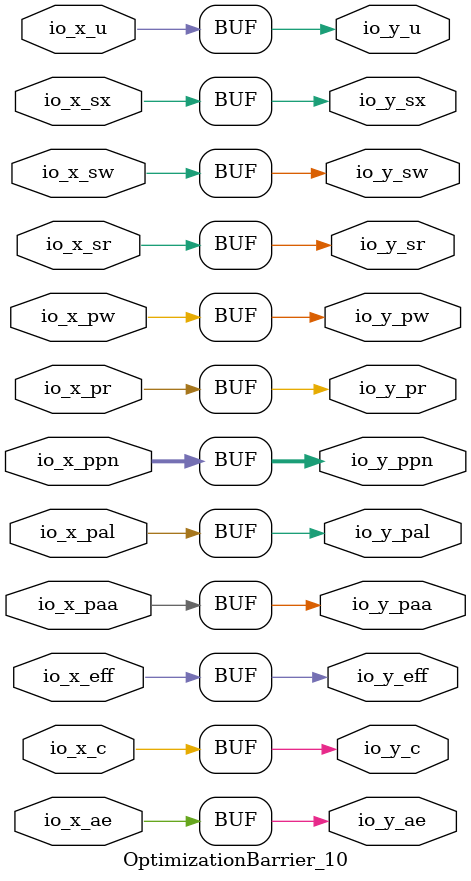
<source format=sv>
`ifndef RANDOMIZE
  `ifdef RANDOMIZE_REG_INIT
    `define RANDOMIZE
  `endif // RANDOMIZE_REG_INIT
`endif // not def RANDOMIZE
`ifndef RANDOMIZE
  `ifdef RANDOMIZE_MEM_INIT
    `define RANDOMIZE
  `endif // RANDOMIZE_MEM_INIT
`endif // not def RANDOMIZE

`ifndef RANDOM
  `define RANDOM $random
`endif // not def RANDOM

// Users can define 'PRINTF_COND' to add an extra gate to prints.
`ifndef PRINTF_COND_
  `ifdef PRINTF_COND
    `define PRINTF_COND_ (`PRINTF_COND)
  `else  // PRINTF_COND
    `define PRINTF_COND_ 1
  `endif // PRINTF_COND
`endif // not def PRINTF_COND_

// Users can define 'ASSERT_VERBOSE_COND' to add an extra gate to assert error printing.
`ifndef ASSERT_VERBOSE_COND_
  `ifdef ASSERT_VERBOSE_COND
    `define ASSERT_VERBOSE_COND_ (`ASSERT_VERBOSE_COND)
  `else  // ASSERT_VERBOSE_COND
    `define ASSERT_VERBOSE_COND_ 1
  `endif // ASSERT_VERBOSE_COND
`endif // not def ASSERT_VERBOSE_COND_

// Users can define 'STOP_COND' to add an extra gate to stop conditions.
`ifndef STOP_COND_
  `ifdef STOP_COND
    `define STOP_COND_ (`STOP_COND)
  `else  // STOP_COND
    `define STOP_COND_ 1
  `endif // STOP_COND
`endif // not def STOP_COND_

// Users can define INIT_RANDOM as general code that gets injected into the
// initializer block for modules with registers.
`ifndef INIT_RANDOM
  `define INIT_RANDOM
`endif // not def INIT_RANDOM

// If using random initialization, you can also define RANDOMIZE_DELAY to
// customize the delay used, otherwise 0.002 is used.
`ifndef RANDOMIZE_DELAY
  `define RANDOMIZE_DELAY 0.002
`endif // not def RANDOMIZE_DELAY

// Define INIT_RANDOM_PROLOG_ for use in our modules below.
`ifndef INIT_RANDOM_PROLOG_
  `ifdef RANDOMIZE
    `ifdef VERILATOR
      `define INIT_RANDOM_PROLOG_ `INIT_RANDOM
    `else  // VERILATOR
      `define INIT_RANDOM_PROLOG_ `INIT_RANDOM #`RANDOMIZE_DELAY begin end
    `endif // VERILATOR
  `else  // RANDOMIZE
    `define INIT_RANDOM_PROLOG_
  `endif // RANDOMIZE
`endif // not def INIT_RANDOM_PROLOG_

module OptimizationBarrier_10(
  input  [19:0] io_x_ppn,
  input         io_x_u,
                io_x_ae,
                io_x_sw,
                io_x_sx,
                io_x_sr,
                io_x_pw,
                io_x_pr,
                io_x_pal,
                io_x_paa,
                io_x_eff,
                io_x_c,
  output [19:0] io_y_ppn,
  output        io_y_u,
                io_y_ae,
                io_y_sw,
                io_y_sx,
                io_y_sr,
                io_y_pw,
                io_y_pr,
                io_y_pal,
                io_y_paa,
                io_y_eff,
                io_y_c
);

  assign io_y_ppn = io_x_ppn;
  assign io_y_u = io_x_u;
  assign io_y_ae = io_x_ae;
  assign io_y_sw = io_x_sw;
  assign io_y_sx = io_x_sx;
  assign io_y_sr = io_x_sr;
  assign io_y_pw = io_x_pw;
  assign io_y_pr = io_x_pr;
  assign io_y_pal = io_x_pal;
  assign io_y_paa = io_x_paa;
  assign io_y_eff = io_x_eff;
  assign io_y_c = io_x_c;
endmodule


</source>
